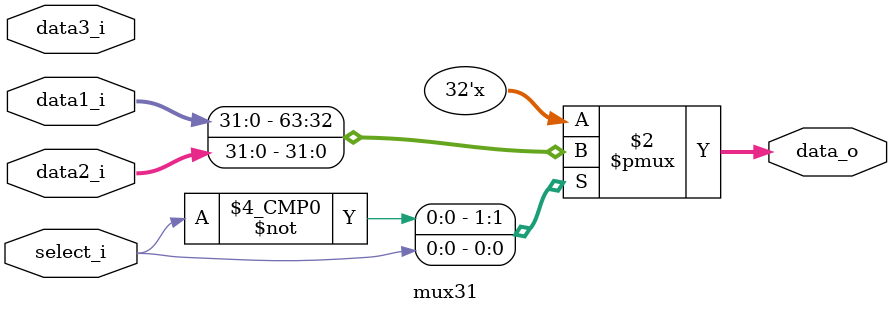
<source format=sv>
module mux31(
    input          select_i,
    input  [31:0]  data1_i ,
    input  [31:0]  data2_i ,
    input  [31:0]  data3_i ,
    output [31:0]  data_o    
);

    always @(*) begin
      case(select_i)
            2'b00: data_o = data1_i;
    
            2'b01: data_o = data2_i;
    
            2'b10: data_o = data3_i; 
    
            default : data_o = data1_i;
      endcase
    end

endmodule
</source>
